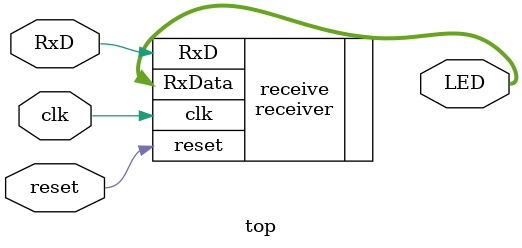
<source format=v>
`timescale 1ns / 1ps


module top(
    input clk,         // input clock
    input reset,       // input reset 
    input RxD,         // input receiving data line
    output [7:0] LED // LEDS for 8 bits data
    );
    
    
  receiver receive(
    .clk(clk),
    .reset(reset),
    .RxD(RxD),
    .RxData(LED)
    );
    
endmodule

</source>
